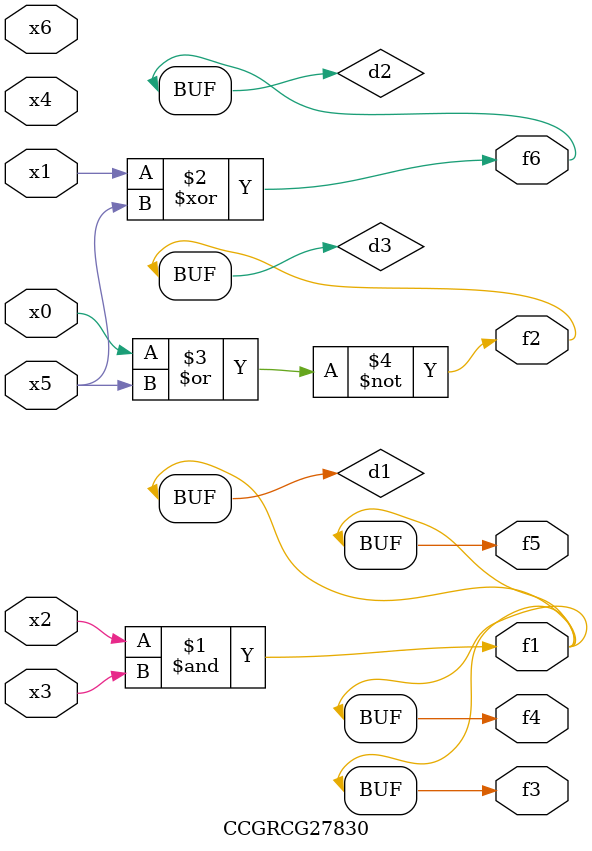
<source format=v>
module CCGRCG27830(
	input x0, x1, x2, x3, x4, x5, x6,
	output f1, f2, f3, f4, f5, f6
);

	wire d1, d2, d3;

	and (d1, x2, x3);
	xor (d2, x1, x5);
	nor (d3, x0, x5);
	assign f1 = d1;
	assign f2 = d3;
	assign f3 = d1;
	assign f4 = d1;
	assign f5 = d1;
	assign f6 = d2;
endmodule

</source>
